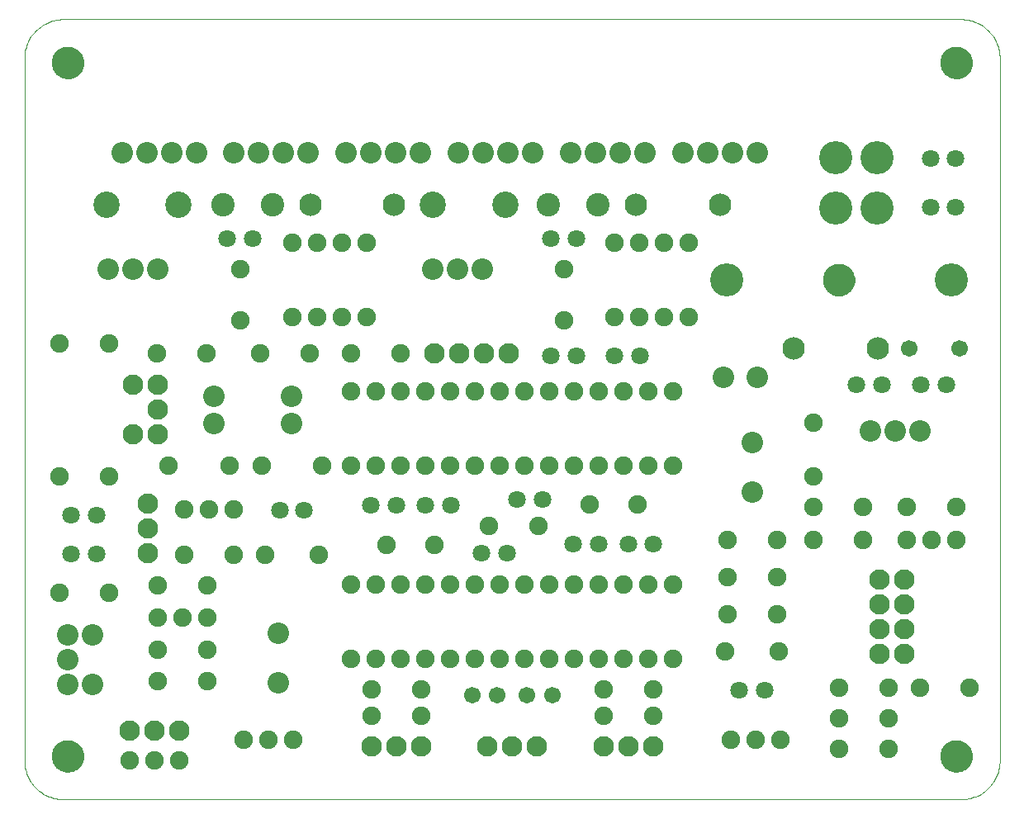
<source format=gbs>
G75*
%MOIN*%
%OFA0B0*%
%FSLAX24Y24*%
%IPPOS*%
%LPD*%
%AMOC8*
5,1,8,0,0,1.08239X$1,22.5*
%
%ADD10C,0.0000*%
%ADD11C,0.1300*%
%ADD12C,0.0749*%
%ADD13C,0.0709*%
%ADD14C,0.0867*%
%ADD15C,0.1064*%
%ADD16C,0.0906*%
%ADD17C,0.1339*%
%ADD18C,0.0670*%
%ADD19C,0.0946*%
%ADD20C,0.0827*%
D10*
X002390Y008440D02*
X038610Y008440D01*
X038610Y008444D02*
X038687Y008446D01*
X038764Y008452D01*
X038841Y008461D01*
X038917Y008474D01*
X038993Y008491D01*
X039067Y008512D01*
X039141Y008536D01*
X039213Y008564D01*
X039283Y008595D01*
X039352Y008630D01*
X039420Y008668D01*
X039485Y008709D01*
X039548Y008754D01*
X039609Y008802D01*
X039668Y008852D01*
X039724Y008905D01*
X039777Y008961D01*
X039827Y009020D01*
X039875Y009081D01*
X039920Y009144D01*
X039961Y009209D01*
X039999Y009277D01*
X040034Y009346D01*
X040065Y009416D01*
X040093Y009488D01*
X040117Y009562D01*
X040138Y009636D01*
X040155Y009712D01*
X040168Y009788D01*
X040177Y009865D01*
X040183Y009942D01*
X040185Y010019D01*
X040185Y038365D01*
X040183Y038442D01*
X040177Y038519D01*
X040168Y038596D01*
X040155Y038672D01*
X040138Y038748D01*
X040117Y038822D01*
X040093Y038896D01*
X040065Y038968D01*
X040034Y039038D01*
X039999Y039107D01*
X039961Y039175D01*
X039920Y039240D01*
X039875Y039303D01*
X039827Y039364D01*
X039777Y039423D01*
X039724Y039479D01*
X039668Y039532D01*
X039609Y039582D01*
X039548Y039630D01*
X039485Y039675D01*
X039420Y039716D01*
X039352Y039754D01*
X039283Y039789D01*
X039213Y039820D01*
X039141Y039848D01*
X039067Y039872D01*
X038993Y039893D01*
X038917Y039910D01*
X038841Y039923D01*
X038764Y039932D01*
X038687Y039938D01*
X038610Y039940D01*
X002390Y039940D01*
X002313Y039938D01*
X002236Y039932D01*
X002159Y039923D01*
X002083Y039910D01*
X002007Y039893D01*
X001933Y039872D01*
X001859Y039848D01*
X001787Y039820D01*
X001717Y039789D01*
X001648Y039754D01*
X001580Y039716D01*
X001515Y039675D01*
X001452Y039630D01*
X001391Y039582D01*
X001332Y039532D01*
X001276Y039479D01*
X001223Y039423D01*
X001173Y039364D01*
X001125Y039303D01*
X001080Y039240D01*
X001039Y039175D01*
X001001Y039107D01*
X000966Y039038D01*
X000935Y038968D01*
X000907Y038896D01*
X000883Y038822D01*
X000862Y038748D01*
X000845Y038672D01*
X000832Y038596D01*
X000823Y038519D01*
X000817Y038442D01*
X000815Y038365D01*
X000815Y010019D01*
X000817Y009942D01*
X000823Y009865D01*
X000832Y009788D01*
X000845Y009712D01*
X000862Y009636D01*
X000883Y009562D01*
X000907Y009488D01*
X000935Y009416D01*
X000966Y009346D01*
X001001Y009277D01*
X001039Y009209D01*
X001080Y009144D01*
X001125Y009081D01*
X001173Y009020D01*
X001223Y008961D01*
X001276Y008905D01*
X001332Y008852D01*
X001391Y008802D01*
X001452Y008754D01*
X001515Y008709D01*
X001580Y008668D01*
X001648Y008630D01*
X001717Y008595D01*
X001787Y008564D01*
X001859Y008536D01*
X001933Y008512D01*
X002007Y008491D01*
X002083Y008474D01*
X002159Y008461D01*
X002236Y008452D01*
X002313Y008446D01*
X002390Y008444D01*
X001937Y010192D02*
X001939Y010242D01*
X001945Y010292D01*
X001955Y010341D01*
X001969Y010389D01*
X001986Y010436D01*
X002007Y010481D01*
X002032Y010525D01*
X002060Y010566D01*
X002092Y010605D01*
X002126Y010642D01*
X002163Y010676D01*
X002203Y010706D01*
X002245Y010733D01*
X002289Y010757D01*
X002335Y010778D01*
X002382Y010794D01*
X002430Y010807D01*
X002480Y010816D01*
X002529Y010821D01*
X002580Y010822D01*
X002630Y010819D01*
X002679Y010812D01*
X002728Y010801D01*
X002776Y010786D01*
X002822Y010768D01*
X002867Y010746D01*
X002910Y010720D01*
X002951Y010691D01*
X002990Y010659D01*
X003026Y010624D01*
X003058Y010586D01*
X003088Y010546D01*
X003115Y010503D01*
X003138Y010459D01*
X003157Y010413D01*
X003173Y010365D01*
X003185Y010316D01*
X003193Y010267D01*
X003197Y010217D01*
X003197Y010167D01*
X003193Y010117D01*
X003185Y010068D01*
X003173Y010019D01*
X003157Y009971D01*
X003138Y009925D01*
X003115Y009881D01*
X003088Y009838D01*
X003058Y009798D01*
X003026Y009760D01*
X002990Y009725D01*
X002951Y009693D01*
X002910Y009664D01*
X002867Y009638D01*
X002822Y009616D01*
X002776Y009598D01*
X002728Y009583D01*
X002679Y009572D01*
X002630Y009565D01*
X002580Y009562D01*
X002529Y009563D01*
X002480Y009568D01*
X002430Y009577D01*
X002382Y009590D01*
X002335Y009606D01*
X002289Y009627D01*
X002245Y009651D01*
X002203Y009678D01*
X002163Y009708D01*
X002126Y009742D01*
X002092Y009779D01*
X002060Y009818D01*
X002032Y009859D01*
X002007Y009903D01*
X001986Y009948D01*
X001969Y009995D01*
X001955Y010043D01*
X001945Y010092D01*
X001939Y010142D01*
X001937Y010192D01*
X001937Y038188D02*
X001939Y038238D01*
X001945Y038288D01*
X001955Y038337D01*
X001969Y038385D01*
X001986Y038432D01*
X002007Y038477D01*
X002032Y038521D01*
X002060Y038562D01*
X002092Y038601D01*
X002126Y038638D01*
X002163Y038672D01*
X002203Y038702D01*
X002245Y038729D01*
X002289Y038753D01*
X002335Y038774D01*
X002382Y038790D01*
X002430Y038803D01*
X002480Y038812D01*
X002529Y038817D01*
X002580Y038818D01*
X002630Y038815D01*
X002679Y038808D01*
X002728Y038797D01*
X002776Y038782D01*
X002822Y038764D01*
X002867Y038742D01*
X002910Y038716D01*
X002951Y038687D01*
X002990Y038655D01*
X003026Y038620D01*
X003058Y038582D01*
X003088Y038542D01*
X003115Y038499D01*
X003138Y038455D01*
X003157Y038409D01*
X003173Y038361D01*
X003185Y038312D01*
X003193Y038263D01*
X003197Y038213D01*
X003197Y038163D01*
X003193Y038113D01*
X003185Y038064D01*
X003173Y038015D01*
X003157Y037967D01*
X003138Y037921D01*
X003115Y037877D01*
X003088Y037834D01*
X003058Y037794D01*
X003026Y037756D01*
X002990Y037721D01*
X002951Y037689D01*
X002910Y037660D01*
X002867Y037634D01*
X002822Y037612D01*
X002776Y037594D01*
X002728Y037579D01*
X002679Y037568D01*
X002630Y037561D01*
X002580Y037558D01*
X002529Y037559D01*
X002480Y037564D01*
X002430Y037573D01*
X002382Y037586D01*
X002335Y037602D01*
X002289Y037623D01*
X002245Y037647D01*
X002203Y037674D01*
X002163Y037704D01*
X002126Y037738D01*
X002092Y037775D01*
X002060Y037814D01*
X002032Y037855D01*
X002007Y037899D01*
X001986Y037944D01*
X001969Y037991D01*
X001955Y038039D01*
X001945Y038088D01*
X001939Y038138D01*
X001937Y038188D01*
X033059Y029414D02*
X033061Y029464D01*
X033067Y029514D01*
X033077Y029563D01*
X033091Y029611D01*
X033108Y029658D01*
X033129Y029703D01*
X033154Y029747D01*
X033182Y029788D01*
X033214Y029827D01*
X033248Y029864D01*
X033285Y029898D01*
X033325Y029928D01*
X033367Y029955D01*
X033411Y029979D01*
X033457Y030000D01*
X033504Y030016D01*
X033552Y030029D01*
X033602Y030038D01*
X033651Y030043D01*
X033702Y030044D01*
X033752Y030041D01*
X033801Y030034D01*
X033850Y030023D01*
X033898Y030008D01*
X033944Y029990D01*
X033989Y029968D01*
X034032Y029942D01*
X034073Y029913D01*
X034112Y029881D01*
X034148Y029846D01*
X034180Y029808D01*
X034210Y029768D01*
X034237Y029725D01*
X034260Y029681D01*
X034279Y029635D01*
X034295Y029587D01*
X034307Y029538D01*
X034315Y029489D01*
X034319Y029439D01*
X034319Y029389D01*
X034315Y029339D01*
X034307Y029290D01*
X034295Y029241D01*
X034279Y029193D01*
X034260Y029147D01*
X034237Y029103D01*
X034210Y029060D01*
X034180Y029020D01*
X034148Y028982D01*
X034112Y028947D01*
X034073Y028915D01*
X034032Y028886D01*
X033989Y028860D01*
X033944Y028838D01*
X033898Y028820D01*
X033850Y028805D01*
X033801Y028794D01*
X033752Y028787D01*
X033702Y028784D01*
X033651Y028785D01*
X033602Y028790D01*
X033552Y028799D01*
X033504Y028812D01*
X033457Y028828D01*
X033411Y028849D01*
X033367Y028873D01*
X033325Y028900D01*
X033285Y028930D01*
X033248Y028964D01*
X033214Y029001D01*
X033182Y029040D01*
X033154Y029081D01*
X033129Y029125D01*
X033108Y029170D01*
X033091Y029217D01*
X033077Y029265D01*
X033067Y029314D01*
X033061Y029364D01*
X033059Y029414D01*
X037803Y038188D02*
X037805Y038238D01*
X037811Y038288D01*
X037821Y038337D01*
X037835Y038385D01*
X037852Y038432D01*
X037873Y038477D01*
X037898Y038521D01*
X037926Y038562D01*
X037958Y038601D01*
X037992Y038638D01*
X038029Y038672D01*
X038069Y038702D01*
X038111Y038729D01*
X038155Y038753D01*
X038201Y038774D01*
X038248Y038790D01*
X038296Y038803D01*
X038346Y038812D01*
X038395Y038817D01*
X038446Y038818D01*
X038496Y038815D01*
X038545Y038808D01*
X038594Y038797D01*
X038642Y038782D01*
X038688Y038764D01*
X038733Y038742D01*
X038776Y038716D01*
X038817Y038687D01*
X038856Y038655D01*
X038892Y038620D01*
X038924Y038582D01*
X038954Y038542D01*
X038981Y038499D01*
X039004Y038455D01*
X039023Y038409D01*
X039039Y038361D01*
X039051Y038312D01*
X039059Y038263D01*
X039063Y038213D01*
X039063Y038163D01*
X039059Y038113D01*
X039051Y038064D01*
X039039Y038015D01*
X039023Y037967D01*
X039004Y037921D01*
X038981Y037877D01*
X038954Y037834D01*
X038924Y037794D01*
X038892Y037756D01*
X038856Y037721D01*
X038817Y037689D01*
X038776Y037660D01*
X038733Y037634D01*
X038688Y037612D01*
X038642Y037594D01*
X038594Y037579D01*
X038545Y037568D01*
X038496Y037561D01*
X038446Y037558D01*
X038395Y037559D01*
X038346Y037564D01*
X038296Y037573D01*
X038248Y037586D01*
X038201Y037602D01*
X038155Y037623D01*
X038111Y037647D01*
X038069Y037674D01*
X038029Y037704D01*
X037992Y037738D01*
X037958Y037775D01*
X037926Y037814D01*
X037898Y037855D01*
X037873Y037899D01*
X037852Y037944D01*
X037835Y037991D01*
X037821Y038039D01*
X037811Y038088D01*
X037805Y038138D01*
X037803Y038188D01*
X037803Y010192D02*
X037805Y010242D01*
X037811Y010292D01*
X037821Y010341D01*
X037835Y010389D01*
X037852Y010436D01*
X037873Y010481D01*
X037898Y010525D01*
X037926Y010566D01*
X037958Y010605D01*
X037992Y010642D01*
X038029Y010676D01*
X038069Y010706D01*
X038111Y010733D01*
X038155Y010757D01*
X038201Y010778D01*
X038248Y010794D01*
X038296Y010807D01*
X038346Y010816D01*
X038395Y010821D01*
X038446Y010822D01*
X038496Y010819D01*
X038545Y010812D01*
X038594Y010801D01*
X038642Y010786D01*
X038688Y010768D01*
X038733Y010746D01*
X038776Y010720D01*
X038817Y010691D01*
X038856Y010659D01*
X038892Y010624D01*
X038924Y010586D01*
X038954Y010546D01*
X038981Y010503D01*
X039004Y010459D01*
X039023Y010413D01*
X039039Y010365D01*
X039051Y010316D01*
X039059Y010267D01*
X039063Y010217D01*
X039063Y010167D01*
X039059Y010117D01*
X039051Y010068D01*
X039039Y010019D01*
X039023Y009971D01*
X039004Y009925D01*
X038981Y009881D01*
X038954Y009838D01*
X038924Y009798D01*
X038892Y009760D01*
X038856Y009725D01*
X038817Y009693D01*
X038776Y009664D01*
X038733Y009638D01*
X038688Y009616D01*
X038642Y009598D01*
X038594Y009583D01*
X038545Y009572D01*
X038496Y009565D01*
X038446Y009562D01*
X038395Y009563D01*
X038346Y009568D01*
X038296Y009577D01*
X038248Y009590D01*
X038201Y009606D01*
X038155Y009627D01*
X038111Y009651D01*
X038069Y009678D01*
X038029Y009708D01*
X037992Y009742D01*
X037958Y009779D01*
X037926Y009818D01*
X037898Y009859D01*
X037873Y009903D01*
X037852Y009948D01*
X037835Y009995D01*
X037821Y010043D01*
X037811Y010092D01*
X037805Y010142D01*
X037803Y010192D01*
D11*
X038433Y010192D03*
X033689Y029414D03*
X038433Y038188D03*
X002567Y038188D03*
X002567Y010192D03*
D12*
X005051Y010005D03*
X006051Y010005D03*
X007051Y010005D03*
X009677Y010851D03*
X010677Y010851D03*
X011677Y010851D03*
X014815Y011816D03*
X014815Y012879D03*
X015000Y014135D03*
X016000Y014135D03*
X017000Y014135D03*
X018000Y014135D03*
X019000Y014135D03*
X020000Y014135D03*
X021000Y014135D03*
X022000Y014135D03*
X023000Y014135D03*
X024000Y014135D03*
X025000Y014135D03*
X026000Y014135D03*
X027000Y014135D03*
X026185Y012879D03*
X026185Y011816D03*
X024185Y011816D03*
X024185Y012879D03*
X024000Y017135D03*
X023000Y017135D03*
X022000Y017135D03*
X021000Y017135D03*
X020000Y017135D03*
X019000Y017135D03*
X018000Y017135D03*
X017000Y017135D03*
X016000Y017135D03*
X015000Y017135D03*
X014000Y017135D03*
X012685Y018312D03*
X010520Y018312D03*
X009256Y018312D03*
X008193Y017092D03*
X008193Y015792D03*
X007193Y015792D03*
X006193Y015792D03*
X006193Y014493D03*
X006193Y013214D03*
X008193Y013214D03*
X008193Y014493D03*
X006193Y017092D03*
X007256Y018312D03*
X007256Y020162D03*
X008256Y020162D03*
X009256Y020162D03*
X009083Y021934D03*
X010382Y021934D03*
X012823Y021934D03*
X014000Y021930D03*
X015000Y021930D03*
X016000Y021930D03*
X017000Y021930D03*
X018000Y021930D03*
X019000Y021930D03*
X020000Y021930D03*
X021000Y021930D03*
X022000Y021930D03*
X023000Y021930D03*
X024000Y021930D03*
X025000Y021930D03*
X026000Y021930D03*
X027000Y021930D03*
X025559Y020359D03*
X023630Y020359D03*
X021567Y019481D03*
X019567Y019481D03*
X017370Y018706D03*
X015441Y018706D03*
X014000Y014135D03*
X016815Y012879D03*
X016815Y011816D03*
X025000Y017135D03*
X026000Y017135D03*
X027000Y017135D03*
X029185Y017406D03*
X029185Y015910D03*
X029102Y014414D03*
X031268Y014414D03*
X031185Y015910D03*
X031185Y017406D03*
X031185Y018903D03*
X032669Y018903D03*
X032669Y020241D03*
X032665Y021481D03*
X034669Y020241D03*
X034669Y018903D03*
X036429Y018903D03*
X037429Y018903D03*
X038429Y018903D03*
X038429Y020241D03*
X036429Y020241D03*
X032665Y023647D03*
X029185Y018903D03*
X027000Y024930D03*
X026000Y024930D03*
X025000Y024930D03*
X024000Y024930D03*
X023000Y024930D03*
X022000Y024930D03*
X021000Y024930D03*
X020000Y024930D03*
X019000Y024930D03*
X018000Y024930D03*
X017000Y024930D03*
X016000Y024930D03*
X015000Y024930D03*
X014000Y024930D03*
X014008Y026462D03*
X013618Y027914D03*
X012618Y027914D03*
X011618Y027914D03*
X012327Y026462D03*
X010327Y026462D03*
X009516Y027800D03*
X008154Y026462D03*
X006154Y026462D03*
X004217Y026855D03*
X002217Y026855D03*
X006642Y021934D03*
X004217Y021501D03*
X002217Y021501D03*
X002217Y016777D03*
X004217Y016777D03*
X014618Y027914D03*
X016008Y026462D03*
X014618Y030914D03*
X013618Y030914D03*
X012618Y030914D03*
X011618Y030914D03*
X009516Y029847D03*
X022587Y029847D03*
X022587Y027800D03*
X024630Y027914D03*
X025630Y027914D03*
X026630Y027914D03*
X027630Y027914D03*
X027630Y030914D03*
X026630Y030914D03*
X025630Y030914D03*
X024630Y030914D03*
X033713Y012958D03*
X033713Y011718D03*
X033713Y010477D03*
X035713Y010477D03*
X035713Y011718D03*
X035713Y012958D03*
X036980Y012958D03*
X038980Y012958D03*
X031323Y010851D03*
X030323Y010851D03*
X029323Y010851D03*
D13*
X029673Y012840D03*
X030697Y012840D03*
X026209Y018745D03*
X025185Y018745D03*
X024004Y018745D03*
X022980Y018745D03*
X021720Y020556D03*
X020697Y020556D03*
X020303Y018391D03*
X019280Y018391D03*
X018020Y020320D03*
X016996Y020320D03*
X015815Y020320D03*
X014791Y020320D03*
X012091Y020123D03*
X011114Y020123D03*
X003728Y019926D03*
X002705Y019926D03*
X002705Y018351D03*
X003728Y018351D03*
X009004Y031088D03*
X010028Y031088D03*
X022075Y031088D03*
X023098Y031088D03*
X023098Y026343D03*
X022075Y026343D03*
X024634Y026343D03*
X025657Y026343D03*
X034398Y025182D03*
X035421Y025182D03*
X036996Y025182D03*
X038020Y025182D03*
X038413Y032338D03*
X037390Y032338D03*
X037390Y034330D03*
X038413Y034330D03*
D14*
X030386Y034556D03*
X029386Y034556D03*
X028386Y034556D03*
X027386Y034556D03*
X025858Y034556D03*
X024858Y034556D03*
X023858Y034556D03*
X022858Y034556D03*
X021331Y034556D03*
X020331Y034556D03*
X019331Y034556D03*
X018331Y034556D03*
X016803Y034556D03*
X015803Y034556D03*
X014803Y034556D03*
X013803Y034556D03*
X012276Y034556D03*
X011276Y034556D03*
X010276Y034556D03*
X009276Y034556D03*
X007748Y034556D03*
X006748Y034556D03*
X005748Y034556D03*
X004748Y034556D03*
X005185Y029867D03*
X004185Y029867D03*
X006185Y029867D03*
X008453Y024729D03*
X008453Y023627D03*
X011602Y023627D03*
X011602Y024729D03*
X017295Y029867D03*
X018295Y029867D03*
X019295Y029867D03*
X029043Y025477D03*
X030382Y025477D03*
X030185Y022855D03*
X030185Y020855D03*
X034977Y023312D03*
X035977Y023312D03*
X036977Y023312D03*
X011051Y015139D03*
X011051Y013139D03*
X003559Y013099D03*
X002559Y013099D03*
X002559Y014099D03*
X002559Y015099D03*
X003559Y015099D03*
D15*
X004122Y032446D03*
X007035Y032446D03*
X017311Y032446D03*
X020224Y032446D03*
D16*
X015736Y032446D03*
X012350Y032446D03*
X025500Y032446D03*
X028886Y032446D03*
X031878Y026658D03*
X035264Y026658D03*
D17*
X038217Y029414D03*
X035224Y032328D03*
X033571Y032328D03*
X033571Y034336D03*
X035224Y034336D03*
X029161Y029414D03*
D18*
X036524Y026658D03*
X038571Y026658D03*
X022114Y012643D03*
X021091Y012643D03*
X019909Y012643D03*
X018886Y012643D03*
D19*
X021980Y032446D03*
X023980Y032446D03*
X010831Y032446D03*
X008831Y032446D03*
D20*
X006213Y025178D03*
X006213Y024178D03*
X006213Y023178D03*
X005213Y023178D03*
X005213Y025178D03*
X005781Y020395D03*
X005781Y019395D03*
X005781Y018395D03*
X006051Y011225D03*
X007051Y011225D03*
X005051Y011225D03*
X014815Y010595D03*
X015815Y010595D03*
X016815Y010595D03*
X019500Y010595D03*
X020500Y010595D03*
X021500Y010595D03*
X024185Y010595D03*
X025185Y010595D03*
X026185Y010595D03*
X035315Y014332D03*
X035315Y015332D03*
X035315Y016332D03*
X035315Y017332D03*
X036315Y017332D03*
X036315Y016332D03*
X036315Y015332D03*
X036315Y014332D03*
X020366Y026462D03*
X019366Y026462D03*
X018366Y026462D03*
X017366Y026462D03*
M02*

</source>
